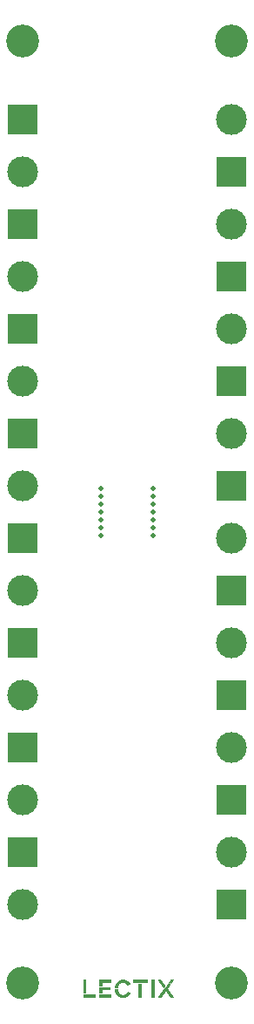
<source format=gts>
G04 #@! TF.GenerationSoftware,KiCad,Pcbnew,6.0.9-8da3e8f707~116~ubuntu20.04.1*
G04 #@! TF.CreationDate,2023-04-19T17:44:35+00:00*
G04 #@! TF.ProjectId,LEC030201,4c454330-3330-4323-9031-2e6b69636164,rev?*
G04 #@! TF.SameCoordinates,Original*
G04 #@! TF.FileFunction,Soldermask,Top*
G04 #@! TF.FilePolarity,Negative*
%FSLAX46Y46*%
G04 Gerber Fmt 4.6, Leading zero omitted, Abs format (unit mm)*
G04 Created by KiCad (PCBNEW 6.0.9-8da3e8f707~116~ubuntu20.04.1) date 2023-04-19 17:44:35*
%MOMM*%
%LPD*%
G01*
G04 APERTURE LIST*
%ADD10C,0.010000*%
%ADD11C,3.200000*%
%ADD12R,3.000000X3.000000*%
%ADD13C,3.000000*%
%ADD14C,0.500000*%
G04 APERTURE END LIST*
G04 #@! TO.C,LOGO1*
G36*
X196300968Y-141914500D02*
G01*
X196506269Y-142197044D01*
X196530799Y-142230835D01*
X196554493Y-142263537D01*
X196577180Y-142294909D01*
X196598689Y-142324714D01*
X196618848Y-142352711D01*
X196637487Y-142378663D01*
X196654435Y-142402329D01*
X196669520Y-142423470D01*
X196682571Y-142441848D01*
X196693418Y-142457223D01*
X196701889Y-142469356D01*
X196707814Y-142478009D01*
X196711021Y-142482942D01*
X196711570Y-142484021D01*
X196710129Y-142487001D01*
X196706077Y-142493439D01*
X196699817Y-142502779D01*
X196691755Y-142514461D01*
X196682293Y-142527928D01*
X196671838Y-142542622D01*
X196660793Y-142557984D01*
X196649562Y-142573457D01*
X196638551Y-142588483D01*
X196628162Y-142602504D01*
X196618801Y-142614962D01*
X196610872Y-142625298D01*
X196604779Y-142632955D01*
X196600927Y-142637375D01*
X196599810Y-142638247D01*
X196598071Y-142636223D01*
X196593504Y-142630295D01*
X196586264Y-142620671D01*
X196576502Y-142607561D01*
X196564373Y-142591174D01*
X196550029Y-142571719D01*
X196533625Y-142549405D01*
X196515313Y-142524442D01*
X196495247Y-142497037D01*
X196473579Y-142467402D01*
X196450465Y-142435743D01*
X196426056Y-142402272D01*
X196400506Y-142367196D01*
X196373968Y-142330724D01*
X196346596Y-142293067D01*
X196338190Y-142281493D01*
X196310558Y-142243445D01*
X196283707Y-142206468D01*
X196257789Y-142170772D01*
X196232960Y-142136572D01*
X196209374Y-142104081D01*
X196187186Y-142073511D01*
X196166549Y-142045075D01*
X196147618Y-142018985D01*
X196130548Y-141995456D01*
X196115493Y-141974699D01*
X196102608Y-141956927D01*
X196092047Y-141942354D01*
X196083964Y-141931192D01*
X196078514Y-141923654D01*
X196075851Y-141919952D01*
X196075625Y-141919630D01*
X196074877Y-141918417D01*
X196074715Y-141917412D01*
X196075563Y-141916595D01*
X196077844Y-141915947D01*
X196081981Y-141915449D01*
X196088399Y-141915081D01*
X196097522Y-141914823D01*
X196109772Y-141914655D01*
X196125573Y-141914559D01*
X196145349Y-141914514D01*
X196169525Y-141914500D01*
X196186554Y-141914499D01*
X196300968Y-141914500D01*
G37*
D10*
X196300968Y-141914500D02*
X196506269Y-142197044D01*
X196530799Y-142230835D01*
X196554493Y-142263537D01*
X196577180Y-142294909D01*
X196598689Y-142324714D01*
X196618848Y-142352711D01*
X196637487Y-142378663D01*
X196654435Y-142402329D01*
X196669520Y-142423470D01*
X196682571Y-142441848D01*
X196693418Y-142457223D01*
X196701889Y-142469356D01*
X196707814Y-142478009D01*
X196711021Y-142482942D01*
X196711570Y-142484021D01*
X196710129Y-142487001D01*
X196706077Y-142493439D01*
X196699817Y-142502779D01*
X196691755Y-142514461D01*
X196682293Y-142527928D01*
X196671838Y-142542622D01*
X196660793Y-142557984D01*
X196649562Y-142573457D01*
X196638551Y-142588483D01*
X196628162Y-142602504D01*
X196618801Y-142614962D01*
X196610872Y-142625298D01*
X196604779Y-142632955D01*
X196600927Y-142637375D01*
X196599810Y-142638247D01*
X196598071Y-142636223D01*
X196593504Y-142630295D01*
X196586264Y-142620671D01*
X196576502Y-142607561D01*
X196564373Y-142591174D01*
X196550029Y-142571719D01*
X196533625Y-142549405D01*
X196515313Y-142524442D01*
X196495247Y-142497037D01*
X196473579Y-142467402D01*
X196450465Y-142435743D01*
X196426056Y-142402272D01*
X196400506Y-142367196D01*
X196373968Y-142330724D01*
X196346596Y-142293067D01*
X196338190Y-142281493D01*
X196310558Y-142243445D01*
X196283707Y-142206468D01*
X196257789Y-142170772D01*
X196232960Y-142136572D01*
X196209374Y-142104081D01*
X196187186Y-142073511D01*
X196166549Y-142045075D01*
X196147618Y-142018985D01*
X196130548Y-141995456D01*
X196115493Y-141974699D01*
X196102608Y-141956927D01*
X196092047Y-141942354D01*
X196083964Y-141931192D01*
X196078514Y-141923654D01*
X196075851Y-141919952D01*
X196075625Y-141919630D01*
X196074877Y-141918417D01*
X196074715Y-141917412D01*
X196075563Y-141916595D01*
X196077844Y-141915947D01*
X196081981Y-141915449D01*
X196088399Y-141915081D01*
X196097522Y-141914823D01*
X196109772Y-141914655D01*
X196125573Y-141914559D01*
X196145349Y-141914514D01*
X196169525Y-141914500D01*
X196186554Y-141914499D01*
X196300968Y-141914500D01*
G36*
X191358520Y-142849220D02*
G01*
X190599060Y-142849220D01*
X190599060Y-143192120D01*
X190378080Y-143192120D01*
X190378080Y-142625700D01*
X191358520Y-142625700D01*
X191358520Y-142849220D01*
G37*
X191358520Y-142849220D02*
X190599060Y-142849220D01*
X190599060Y-143192120D01*
X190378080Y-143192120D01*
X190378080Y-142625700D01*
X191358520Y-142625700D01*
X191358520Y-142849220D01*
G36*
X189001400Y-143192120D02*
G01*
X188780420Y-143192120D01*
X188780420Y-141917040D01*
X189001400Y-141917040D01*
X189001400Y-143192120D01*
G37*
X189001400Y-143192120D02*
X188780420Y-143192120D01*
X188780420Y-141917040D01*
X189001400Y-141917040D01*
X189001400Y-143192120D01*
G36*
X192666209Y-141911115D02*
G01*
X192687949Y-141911898D01*
X192706476Y-141913135D01*
X192714880Y-141914013D01*
X192776536Y-141924111D01*
X192836482Y-141938858D01*
X192894502Y-141958120D01*
X192950380Y-141981760D01*
X193003901Y-142009642D01*
X193054850Y-142041632D01*
X193103012Y-142077592D01*
X193148171Y-142117388D01*
X193190111Y-142160884D01*
X193228617Y-142207944D01*
X193263475Y-142258433D01*
X193264753Y-142260462D01*
X193270950Y-142270604D01*
X193275873Y-142279176D01*
X193279032Y-142285284D01*
X193279933Y-142288034D01*
X193279927Y-142288046D01*
X193277616Y-142289794D01*
X193271584Y-142293936D01*
X193262376Y-142300116D01*
X193250541Y-142307976D01*
X193236627Y-142317159D01*
X193221181Y-142327308D01*
X193204750Y-142338066D01*
X193187883Y-142349075D01*
X193171127Y-142359979D01*
X193155029Y-142370419D01*
X193140138Y-142380039D01*
X193127000Y-142388482D01*
X193116165Y-142395390D01*
X193108178Y-142400407D01*
X193103588Y-142403174D01*
X193102794Y-142403584D01*
X193099968Y-142402718D01*
X193095905Y-142398095D01*
X193090305Y-142389339D01*
X193087184Y-142383914D01*
X193070089Y-142356428D01*
X193049427Y-142328002D01*
X193026229Y-142299852D01*
X193001528Y-142273197D01*
X192976356Y-142249254D01*
X192964480Y-142239140D01*
X192923846Y-142209172D01*
X192880247Y-142183127D01*
X192834196Y-142161226D01*
X192786208Y-142143690D01*
X192736797Y-142130740D01*
X192696452Y-142123813D01*
X192674946Y-142121768D01*
X192650221Y-142120722D01*
X192623760Y-142120637D01*
X192597045Y-142121480D01*
X192571557Y-142123214D01*
X192548779Y-142125804D01*
X192537826Y-142127603D01*
X192487286Y-142139608D01*
X192438775Y-142156099D01*
X192392534Y-142176857D01*
X192348804Y-142201666D01*
X192307826Y-142230308D01*
X192269841Y-142262566D01*
X192235090Y-142298223D01*
X192203814Y-142337062D01*
X192176252Y-142378864D01*
X192152648Y-142423413D01*
X192133240Y-142470492D01*
X192123199Y-142501621D01*
X192112556Y-142546052D01*
X192105928Y-142592105D01*
X192103432Y-142630145D01*
X192102028Y-142671420D01*
X191881031Y-142671420D01*
X191882507Y-142626335D01*
X191886951Y-142566765D01*
X191896239Y-142508219D01*
X191910196Y-142450945D01*
X191928643Y-142395192D01*
X191951405Y-142341206D01*
X191978306Y-142289239D01*
X192009168Y-142239537D01*
X192043816Y-142192349D01*
X192082073Y-142147923D01*
X192123762Y-142106510D01*
X192168708Y-142068355D01*
X192216733Y-142033709D01*
X192267661Y-142002820D01*
X192321316Y-141975936D01*
X192354200Y-141962046D01*
X192407077Y-141943465D01*
X192461789Y-141928763D01*
X192519205Y-141917716D01*
X192534540Y-141915434D01*
X192550719Y-141913688D01*
X192570782Y-141912339D01*
X192593544Y-141911399D01*
X192617825Y-141910875D01*
X192642441Y-141910777D01*
X192666209Y-141911115D01*
G37*
X192666209Y-141911115D02*
X192687949Y-141911898D01*
X192706476Y-141913135D01*
X192714880Y-141914013D01*
X192776536Y-141924111D01*
X192836482Y-141938858D01*
X192894502Y-141958120D01*
X192950380Y-141981760D01*
X193003901Y-142009642D01*
X193054850Y-142041632D01*
X193103012Y-142077592D01*
X193148171Y-142117388D01*
X193190111Y-142160884D01*
X193228617Y-142207944D01*
X193263475Y-142258433D01*
X193264753Y-142260462D01*
X193270950Y-142270604D01*
X193275873Y-142279176D01*
X193279032Y-142285284D01*
X193279933Y-142288034D01*
X193279927Y-142288046D01*
X193277616Y-142289794D01*
X193271584Y-142293936D01*
X193262376Y-142300116D01*
X193250541Y-142307976D01*
X193236627Y-142317159D01*
X193221181Y-142327308D01*
X193204750Y-142338066D01*
X193187883Y-142349075D01*
X193171127Y-142359979D01*
X193155029Y-142370419D01*
X193140138Y-142380039D01*
X193127000Y-142388482D01*
X193116165Y-142395390D01*
X193108178Y-142400407D01*
X193103588Y-142403174D01*
X193102794Y-142403584D01*
X193099968Y-142402718D01*
X193095905Y-142398095D01*
X193090305Y-142389339D01*
X193087184Y-142383914D01*
X193070089Y-142356428D01*
X193049427Y-142328002D01*
X193026229Y-142299852D01*
X193001528Y-142273197D01*
X192976356Y-142249254D01*
X192964480Y-142239140D01*
X192923846Y-142209172D01*
X192880247Y-142183127D01*
X192834196Y-142161226D01*
X192786208Y-142143690D01*
X192736797Y-142130740D01*
X192696452Y-142123813D01*
X192674946Y-142121768D01*
X192650221Y-142120722D01*
X192623760Y-142120637D01*
X192597045Y-142121480D01*
X192571557Y-142123214D01*
X192548779Y-142125804D01*
X192537826Y-142127603D01*
X192487286Y-142139608D01*
X192438775Y-142156099D01*
X192392534Y-142176857D01*
X192348804Y-142201666D01*
X192307826Y-142230308D01*
X192269841Y-142262566D01*
X192235090Y-142298223D01*
X192203814Y-142337062D01*
X192176252Y-142378864D01*
X192152648Y-142423413D01*
X192133240Y-142470492D01*
X192123199Y-142501621D01*
X192112556Y-142546052D01*
X192105928Y-142592105D01*
X192103432Y-142630145D01*
X192102028Y-142671420D01*
X191881031Y-142671420D01*
X191882507Y-142626335D01*
X191886951Y-142566765D01*
X191896239Y-142508219D01*
X191910196Y-142450945D01*
X191928643Y-142395192D01*
X191951405Y-142341206D01*
X191978306Y-142289239D01*
X192009168Y-142239537D01*
X192043816Y-142192349D01*
X192082073Y-142147923D01*
X192123762Y-142106510D01*
X192168708Y-142068355D01*
X192216733Y-142033709D01*
X192267661Y-142002820D01*
X192321316Y-141975936D01*
X192354200Y-141962046D01*
X192407077Y-141943465D01*
X192461789Y-141928763D01*
X192519205Y-141917716D01*
X192534540Y-141915434D01*
X192550719Y-141913688D01*
X192570782Y-141912339D01*
X192593544Y-141911399D01*
X192617825Y-141910875D01*
X192642441Y-141910777D01*
X192666209Y-141911115D01*
G36*
X191472820Y-143593440D02*
G01*
X190380620Y-143593440D01*
X190380620Y-143369920D01*
X191472820Y-143369920D01*
X191472820Y-143593440D01*
G37*
X191472820Y-143593440D02*
X190380620Y-143593440D01*
X190380620Y-143369920D01*
X191472820Y-143369920D01*
X191472820Y-143593440D01*
G36*
X191472820Y-142127860D02*
G01*
X190599060Y-142127860D01*
X190599060Y-142440280D01*
X190375540Y-142440280D01*
X190375540Y-141906880D01*
X191472820Y-141906880D01*
X191472820Y-142127860D01*
G37*
X191472820Y-142127860D02*
X190599060Y-142127860D01*
X190599060Y-142440280D01*
X190375540Y-142440280D01*
X190375540Y-141906880D01*
X191472820Y-141906880D01*
X191472820Y-142127860D01*
G36*
X197416304Y-141920092D02*
G01*
X197434850Y-141920188D01*
X197548296Y-141920850D01*
X197242148Y-142339183D01*
X197212064Y-142380298D01*
X197182787Y-142420325D01*
X197154458Y-142459069D01*
X197127217Y-142496338D01*
X197101206Y-142531940D01*
X197076566Y-142565680D01*
X197053436Y-142597366D01*
X197031957Y-142626806D01*
X197012271Y-142653806D01*
X196994518Y-142678172D01*
X196978839Y-142699713D01*
X196965374Y-142718236D01*
X196954265Y-142733546D01*
X196945651Y-142745452D01*
X196939674Y-142753760D01*
X196936474Y-142758277D01*
X196935946Y-142759087D01*
X196937407Y-142761269D01*
X196941707Y-142767370D01*
X196948703Y-142777192D01*
X196958256Y-142790541D01*
X196970224Y-142807220D01*
X196984465Y-142827032D01*
X197000838Y-142849783D01*
X197019202Y-142875275D01*
X197039416Y-142903314D01*
X197061337Y-142933701D01*
X197084825Y-142966243D01*
X197109739Y-143000742D01*
X197135938Y-143037003D01*
X197163279Y-143074829D01*
X197191622Y-143114025D01*
X197220825Y-143154395D01*
X197232671Y-143170766D01*
X197262190Y-143211564D01*
X197290913Y-143251274D01*
X197318699Y-143289701D01*
X197345405Y-143326647D01*
X197370889Y-143361916D01*
X197395010Y-143395310D01*
X197417626Y-143426635D01*
X197438595Y-143455692D01*
X197457775Y-143482285D01*
X197475025Y-143506218D01*
X197490202Y-143527293D01*
X197503164Y-143545315D01*
X197513770Y-143560086D01*
X197521878Y-143571411D01*
X197527346Y-143579091D01*
X197530033Y-143582932D01*
X197530296Y-143583347D01*
X197528016Y-143583981D01*
X197520822Y-143584522D01*
X197508878Y-143584969D01*
X197492349Y-143585317D01*
X197471400Y-143585563D01*
X197446196Y-143585703D01*
X197417266Y-143585734D01*
X197303390Y-143585649D01*
X197062090Y-143251780D01*
X197035526Y-143215037D01*
X197009765Y-143179426D01*
X196984965Y-143145163D01*
X196961283Y-143112466D01*
X196938876Y-143081550D01*
X196917902Y-143052632D01*
X196898517Y-143025929D01*
X196880880Y-143001658D01*
X196865147Y-142980034D01*
X196851475Y-142961274D01*
X196840023Y-142945596D01*
X196830948Y-142933215D01*
X196824406Y-142924347D01*
X196820556Y-142919211D01*
X196819520Y-142917933D01*
X196817906Y-142919950D01*
X196813455Y-142925854D01*
X196806324Y-142935427D01*
X196796674Y-142948455D01*
X196784661Y-142964722D01*
X196770447Y-142984010D01*
X196754188Y-143006106D01*
X196736044Y-143030791D01*
X196716173Y-143057851D01*
X196694734Y-143087070D01*
X196671887Y-143118231D01*
X196647789Y-143151119D01*
X196622600Y-143185518D01*
X196596477Y-143221211D01*
X196575680Y-143249644D01*
X196548925Y-143286214D01*
X196522965Y-143321667D01*
X196497961Y-143355786D01*
X196474072Y-143388355D01*
X196451458Y-143419156D01*
X196430279Y-143447973D01*
X196410693Y-143474589D01*
X196392863Y-143498787D01*
X196376946Y-143520350D01*
X196363102Y-143539061D01*
X196351493Y-143554704D01*
X196342276Y-143567061D01*
X196335613Y-143575916D01*
X196331662Y-143581051D01*
X196330570Y-143582335D01*
X196327574Y-143582529D01*
X196320025Y-143582680D01*
X196308450Y-143582789D01*
X196293375Y-143582853D01*
X196275327Y-143582870D01*
X196254833Y-143582839D01*
X196232419Y-143582759D01*
X196215648Y-143582672D01*
X196103267Y-143582010D01*
X196709225Y-142753970D01*
X196751717Y-142695907D01*
X196793457Y-142638878D01*
X196834343Y-142583019D01*
X196874276Y-142528469D01*
X196913154Y-142475363D01*
X196950878Y-142423839D01*
X196987347Y-142374036D01*
X197022459Y-142326089D01*
X197056115Y-142280136D01*
X197088214Y-142236314D01*
X197118655Y-142194761D01*
X197147338Y-142155614D01*
X197174162Y-142119011D01*
X197199027Y-142085087D01*
X197221832Y-142053981D01*
X197242477Y-142025831D01*
X197260860Y-142000772D01*
X197276882Y-141978943D01*
X197290441Y-141960481D01*
X197301437Y-141945522D01*
X197309771Y-141934205D01*
X197315340Y-141926667D01*
X197318045Y-141923044D01*
X197318294Y-141922728D01*
X197320129Y-141921936D01*
X197324193Y-141921292D01*
X197330860Y-141920789D01*
X197340504Y-141920418D01*
X197353497Y-141920171D01*
X197370212Y-141920039D01*
X197391024Y-141920016D01*
X197416304Y-141920092D01*
G37*
X197416304Y-141920092D02*
X197434850Y-141920188D01*
X197548296Y-141920850D01*
X197242148Y-142339183D01*
X197212064Y-142380298D01*
X197182787Y-142420325D01*
X197154458Y-142459069D01*
X197127217Y-142496338D01*
X197101206Y-142531940D01*
X197076566Y-142565680D01*
X197053436Y-142597366D01*
X197031957Y-142626806D01*
X197012271Y-142653806D01*
X196994518Y-142678172D01*
X196978839Y-142699713D01*
X196965374Y-142718236D01*
X196954265Y-142733546D01*
X196945651Y-142745452D01*
X196939674Y-142753760D01*
X196936474Y-142758277D01*
X196935946Y-142759087D01*
X196937407Y-142761269D01*
X196941707Y-142767370D01*
X196948703Y-142777192D01*
X196958256Y-142790541D01*
X196970224Y-142807220D01*
X196984465Y-142827032D01*
X197000838Y-142849783D01*
X197019202Y-142875275D01*
X197039416Y-142903314D01*
X197061337Y-142933701D01*
X197084825Y-142966243D01*
X197109739Y-143000742D01*
X197135938Y-143037003D01*
X197163279Y-143074829D01*
X197191622Y-143114025D01*
X197220825Y-143154395D01*
X197232671Y-143170766D01*
X197262190Y-143211564D01*
X197290913Y-143251274D01*
X197318699Y-143289701D01*
X197345405Y-143326647D01*
X197370889Y-143361916D01*
X197395010Y-143395310D01*
X197417626Y-143426635D01*
X197438595Y-143455692D01*
X197457775Y-143482285D01*
X197475025Y-143506218D01*
X197490202Y-143527293D01*
X197503164Y-143545315D01*
X197513770Y-143560086D01*
X197521878Y-143571411D01*
X197527346Y-143579091D01*
X197530033Y-143582932D01*
X197530296Y-143583347D01*
X197528016Y-143583981D01*
X197520822Y-143584522D01*
X197508878Y-143584969D01*
X197492349Y-143585317D01*
X197471400Y-143585563D01*
X197446196Y-143585703D01*
X197417266Y-143585734D01*
X197303390Y-143585649D01*
X197062090Y-143251780D01*
X197035526Y-143215037D01*
X197009765Y-143179426D01*
X196984965Y-143145163D01*
X196961283Y-143112466D01*
X196938876Y-143081550D01*
X196917902Y-143052632D01*
X196898517Y-143025929D01*
X196880880Y-143001658D01*
X196865147Y-142980034D01*
X196851475Y-142961274D01*
X196840023Y-142945596D01*
X196830948Y-142933215D01*
X196824406Y-142924347D01*
X196820556Y-142919211D01*
X196819520Y-142917933D01*
X196817906Y-142919950D01*
X196813455Y-142925854D01*
X196806324Y-142935427D01*
X196796674Y-142948455D01*
X196784661Y-142964722D01*
X196770447Y-142984010D01*
X196754188Y-143006106D01*
X196736044Y-143030791D01*
X196716173Y-143057851D01*
X196694734Y-143087070D01*
X196671887Y-143118231D01*
X196647789Y-143151119D01*
X196622600Y-143185518D01*
X196596477Y-143221211D01*
X196575680Y-143249644D01*
X196548925Y-143286214D01*
X196522965Y-143321667D01*
X196497961Y-143355786D01*
X196474072Y-143388355D01*
X196451458Y-143419156D01*
X196430279Y-143447973D01*
X196410693Y-143474589D01*
X196392863Y-143498787D01*
X196376946Y-143520350D01*
X196363102Y-143539061D01*
X196351493Y-143554704D01*
X196342276Y-143567061D01*
X196335613Y-143575916D01*
X196331662Y-143581051D01*
X196330570Y-143582335D01*
X196327574Y-143582529D01*
X196320025Y-143582680D01*
X196308450Y-143582789D01*
X196293375Y-143582853D01*
X196275327Y-143582870D01*
X196254833Y-143582839D01*
X196232419Y-143582759D01*
X196215648Y-143582672D01*
X196103267Y-143582010D01*
X196709225Y-142753970D01*
X196751717Y-142695907D01*
X196793457Y-142638878D01*
X196834343Y-142583019D01*
X196874276Y-142528469D01*
X196913154Y-142475363D01*
X196950878Y-142423839D01*
X196987347Y-142374036D01*
X197022459Y-142326089D01*
X197056115Y-142280136D01*
X197088214Y-142236314D01*
X197118655Y-142194761D01*
X197147338Y-142155614D01*
X197174162Y-142119011D01*
X197199027Y-142085087D01*
X197221832Y-142053981D01*
X197242477Y-142025831D01*
X197260860Y-142000772D01*
X197276882Y-141978943D01*
X197290441Y-141960481D01*
X197301437Y-141945522D01*
X197309771Y-141934205D01*
X197315340Y-141926667D01*
X197318045Y-141923044D01*
X197318294Y-141922728D01*
X197320129Y-141921936D01*
X197324193Y-141921292D01*
X197330860Y-141920789D01*
X197340504Y-141920418D01*
X197353497Y-141920171D01*
X197370212Y-141920039D01*
X197391024Y-141920016D01*
X197416304Y-141920092D01*
G36*
X195658740Y-143585820D02*
G01*
X195437760Y-143585820D01*
X195437760Y-141914500D01*
X195658740Y-141914500D01*
X195658740Y-143585820D01*
G37*
X195658740Y-143585820D02*
X195437760Y-143585820D01*
X195437760Y-141914500D01*
X195658740Y-141914500D01*
X195658740Y-143585820D01*
G36*
X194411600Y-143585820D02*
G01*
X194190620Y-143585820D01*
X194190620Y-142303120D01*
X194411600Y-142303120D01*
X194411600Y-143585820D01*
G37*
X194411600Y-143585820D02*
X194190620Y-143585820D01*
X194190620Y-142303120D01*
X194411600Y-142303120D01*
X194411600Y-143585820D01*
G36*
X192098402Y-142875255D02*
G01*
X192103120Y-142924642D01*
X192112714Y-142973391D01*
X192126988Y-143021126D01*
X192145743Y-143067472D01*
X192168784Y-143112055D01*
X192195913Y-143154500D01*
X192226933Y-143194432D01*
X192261648Y-143231476D01*
X192299860Y-143265258D01*
X192305940Y-143270066D01*
X192346038Y-143298193D01*
X192389345Y-143322754D01*
X192435214Y-143343491D01*
X192482999Y-143360147D01*
X192532054Y-143372466D01*
X192581733Y-143380191D01*
X192583061Y-143380331D01*
X192604417Y-143381812D01*
X192629012Y-143382277D01*
X192655170Y-143381784D01*
X192681216Y-143380393D01*
X192705475Y-143378161D01*
X192725040Y-143375369D01*
X192775420Y-143363968D01*
X192824171Y-143348011D01*
X192870973Y-143327722D01*
X192915506Y-143303326D01*
X192957447Y-143275050D01*
X192996477Y-143243119D01*
X193032275Y-143207757D01*
X193064521Y-143169189D01*
X193092893Y-143127642D01*
X193103459Y-143109570D01*
X193107764Y-143101866D01*
X193110977Y-143096162D01*
X193112419Y-143093660D01*
X193112428Y-143093648D01*
X193114718Y-143094589D01*
X193120966Y-143097586D01*
X193130622Y-143102356D01*
X193143134Y-143108617D01*
X193157950Y-143116087D01*
X193174518Y-143124484D01*
X193192288Y-143133526D01*
X193210709Y-143142930D01*
X193229227Y-143152414D01*
X193247292Y-143161697D01*
X193264353Y-143170496D01*
X193279857Y-143178530D01*
X193293254Y-143185515D01*
X193303992Y-143191170D01*
X193311519Y-143195212D01*
X193315284Y-143197360D01*
X193315579Y-143197574D01*
X193316342Y-143199476D01*
X193315650Y-143202864D01*
X193313236Y-143208246D01*
X193308829Y-143216130D01*
X193302161Y-143227022D01*
X193292963Y-143241432D01*
X193289532Y-143246730D01*
X193253745Y-143297247D01*
X193214233Y-143344456D01*
X193171253Y-143388181D01*
X193125061Y-143428245D01*
X193075915Y-143464473D01*
X193024071Y-143496690D01*
X192969786Y-143524719D01*
X192913317Y-143548386D01*
X192854922Y-143567513D01*
X192801386Y-143580608D01*
X192780451Y-143584715D01*
X192761307Y-143587937D01*
X192742786Y-143590387D01*
X192723721Y-143592177D01*
X192702944Y-143593419D01*
X192679286Y-143594226D01*
X192655190Y-143594665D01*
X192636965Y-143594860D01*
X192620071Y-143594960D01*
X192605281Y-143594966D01*
X192593367Y-143594880D01*
X192585103Y-143594704D01*
X192581530Y-143594485D01*
X192575642Y-143593741D01*
X192566310Y-143592630D01*
X192555138Y-143591341D01*
X192549780Y-143590735D01*
X192494003Y-143582047D01*
X192438007Y-143568574D01*
X192382401Y-143550545D01*
X192327794Y-143528188D01*
X192274797Y-143501731D01*
X192224019Y-143471401D01*
X192215770Y-143465955D01*
X192185798Y-143445098D01*
X192159044Y-143424653D01*
X192133942Y-143403317D01*
X192108927Y-143379790D01*
X192093718Y-143364501D01*
X192051520Y-143317656D01*
X192013616Y-143268179D01*
X191980086Y-143216236D01*
X191951014Y-143161994D01*
X191926482Y-143105618D01*
X191906574Y-143047274D01*
X191891371Y-142987129D01*
X191883187Y-142941477D01*
X191881980Y-142932261D01*
X191880577Y-142919810D01*
X191879087Y-142905307D01*
X191877618Y-142889937D01*
X191876281Y-142874885D01*
X191875185Y-142861334D01*
X191874438Y-142850470D01*
X191874150Y-142843505D01*
X191876602Y-142843107D01*
X191883621Y-142842738D01*
X191894692Y-142842405D01*
X191909304Y-142842119D01*
X191926941Y-142841886D01*
X191947091Y-142841717D01*
X191969241Y-142841620D01*
X191985519Y-142841600D01*
X192096899Y-142841600D01*
X192098402Y-142875255D01*
G37*
X192098402Y-142875255D02*
X192103120Y-142924642D01*
X192112714Y-142973391D01*
X192126988Y-143021126D01*
X192145743Y-143067472D01*
X192168784Y-143112055D01*
X192195913Y-143154500D01*
X192226933Y-143194432D01*
X192261648Y-143231476D01*
X192299860Y-143265258D01*
X192305940Y-143270066D01*
X192346038Y-143298193D01*
X192389345Y-143322754D01*
X192435214Y-143343491D01*
X192482999Y-143360147D01*
X192532054Y-143372466D01*
X192581733Y-143380191D01*
X192583061Y-143380331D01*
X192604417Y-143381812D01*
X192629012Y-143382277D01*
X192655170Y-143381784D01*
X192681216Y-143380393D01*
X192705475Y-143378161D01*
X192725040Y-143375369D01*
X192775420Y-143363968D01*
X192824171Y-143348011D01*
X192870973Y-143327722D01*
X192915506Y-143303326D01*
X192957447Y-143275050D01*
X192996477Y-143243119D01*
X193032275Y-143207757D01*
X193064521Y-143169189D01*
X193092893Y-143127642D01*
X193103459Y-143109570D01*
X193107764Y-143101866D01*
X193110977Y-143096162D01*
X193112419Y-143093660D01*
X193112428Y-143093648D01*
X193114718Y-143094589D01*
X193120966Y-143097586D01*
X193130622Y-143102356D01*
X193143134Y-143108617D01*
X193157950Y-143116087D01*
X193174518Y-143124484D01*
X193192288Y-143133526D01*
X193210709Y-143142930D01*
X193229227Y-143152414D01*
X193247292Y-143161697D01*
X193264353Y-143170496D01*
X193279857Y-143178530D01*
X193293254Y-143185515D01*
X193303992Y-143191170D01*
X193311519Y-143195212D01*
X193315284Y-143197360D01*
X193315579Y-143197574D01*
X193316342Y-143199476D01*
X193315650Y-143202864D01*
X193313236Y-143208246D01*
X193308829Y-143216130D01*
X193302161Y-143227022D01*
X193292963Y-143241432D01*
X193289532Y-143246730D01*
X193253745Y-143297247D01*
X193214233Y-143344456D01*
X193171253Y-143388181D01*
X193125061Y-143428245D01*
X193075915Y-143464473D01*
X193024071Y-143496690D01*
X192969786Y-143524719D01*
X192913317Y-143548386D01*
X192854922Y-143567513D01*
X192801386Y-143580608D01*
X192780451Y-143584715D01*
X192761307Y-143587937D01*
X192742786Y-143590387D01*
X192723721Y-143592177D01*
X192702944Y-143593419D01*
X192679286Y-143594226D01*
X192655190Y-143594665D01*
X192636965Y-143594860D01*
X192620071Y-143594960D01*
X192605281Y-143594966D01*
X192593367Y-143594880D01*
X192585103Y-143594704D01*
X192581530Y-143594485D01*
X192575642Y-143593741D01*
X192566310Y-143592630D01*
X192555138Y-143591341D01*
X192549780Y-143590735D01*
X192494003Y-143582047D01*
X192438007Y-143568574D01*
X192382401Y-143550545D01*
X192327794Y-143528188D01*
X192274797Y-143501731D01*
X192224019Y-143471401D01*
X192215770Y-143465955D01*
X192185798Y-143445098D01*
X192159044Y-143424653D01*
X192133942Y-143403317D01*
X192108927Y-143379790D01*
X192093718Y-143364501D01*
X192051520Y-143317656D01*
X192013616Y-143268179D01*
X191980086Y-143216236D01*
X191951014Y-143161994D01*
X191926482Y-143105618D01*
X191906574Y-143047274D01*
X191891371Y-142987129D01*
X191883187Y-142941477D01*
X191881980Y-142932261D01*
X191880577Y-142919810D01*
X191879087Y-142905307D01*
X191877618Y-142889937D01*
X191876281Y-142874885D01*
X191875185Y-142861334D01*
X191874438Y-142850470D01*
X191874150Y-142843505D01*
X191876602Y-142843107D01*
X191883621Y-142842738D01*
X191894692Y-142842405D01*
X191909304Y-142842119D01*
X191926941Y-142841886D01*
X191947091Y-142841717D01*
X191969241Y-142841620D01*
X191985519Y-142841600D01*
X192096899Y-142841600D01*
X192098402Y-142875255D01*
G36*
X194990720Y-142135480D02*
G01*
X193621660Y-142135480D01*
X193621660Y-141914500D01*
X194990720Y-141914500D01*
X194990720Y-142135480D01*
G37*
X194990720Y-142135480D02*
X193621660Y-142135480D01*
X193621660Y-141914500D01*
X194990720Y-141914500D01*
X194990720Y-142135480D01*
G36*
X189928500Y-143593440D02*
G01*
X188780420Y-143593440D01*
X188780420Y-143369920D01*
X189928500Y-143369920D01*
X189928500Y-143593440D01*
G37*
X189928500Y-143593440D02*
X188780420Y-143593440D01*
X188780420Y-143369920D01*
X189928500Y-143369920D01*
X189928500Y-143593440D01*
G04 #@! TD*
D11*
G04 #@! TO.C,H3*
X203200000Y-142240000D03*
G04 #@! TD*
G04 #@! TO.C,H4*
X203200000Y-50800000D03*
G04 #@! TD*
D12*
G04 #@! TO.C,J9*
X203200000Y-134620000D03*
D13*
X203200000Y-129540000D03*
G04 #@! TD*
D12*
G04 #@! TO.C,J10*
X203200000Y-124460000D03*
D13*
X203200000Y-119380000D03*
G04 #@! TD*
D12*
G04 #@! TO.C,J11*
X203200000Y-114300000D03*
D13*
X203200000Y-109220000D03*
G04 #@! TD*
D12*
G04 #@! TO.C,J12*
X203200000Y-104140000D03*
D13*
X203200000Y-99060000D03*
G04 #@! TD*
D12*
G04 #@! TO.C,J2*
X182880000Y-78740000D03*
D13*
X182880000Y-83820000D03*
G04 #@! TD*
D11*
G04 #@! TO.C,H2*
X182880000Y-50800000D03*
G04 #@! TD*
G04 #@! TO.C,H1*
X182880000Y-142240000D03*
G04 #@! TD*
D12*
G04 #@! TO.C,J1*
X182880000Y-68580000D03*
D13*
X182880000Y-73660000D03*
G04 #@! TD*
D12*
G04 #@! TO.C,J4*
X182880000Y-88900000D03*
D13*
X182880000Y-93980000D03*
G04 #@! TD*
D12*
G04 #@! TO.C,J3*
X182880000Y-58420000D03*
D13*
X182880000Y-63500000D03*
G04 #@! TD*
D12*
G04 #@! TO.C,J5*
X182880000Y-99060000D03*
D13*
X182880000Y-104140000D03*
G04 #@! TD*
D12*
G04 #@! TO.C,J6*
X182880000Y-109220000D03*
D13*
X182880000Y-114300000D03*
G04 #@! TD*
D12*
G04 #@! TO.C,J7*
X182880000Y-119380000D03*
D13*
X182880000Y-124460000D03*
G04 #@! TD*
D12*
G04 #@! TO.C,J8*
X182880000Y-129540000D03*
D13*
X182880000Y-134620000D03*
G04 #@! TD*
D12*
G04 #@! TO.C,J13*
X203200000Y-93980000D03*
D13*
X203200000Y-88900000D03*
G04 #@! TD*
D12*
G04 #@! TO.C,J14*
X203200000Y-83820000D03*
D13*
X203200000Y-78740000D03*
G04 #@! TD*
D12*
G04 #@! TO.C,J15*
X203200000Y-73660000D03*
D13*
X203200000Y-68580000D03*
G04 #@! TD*
D12*
G04 #@! TO.C,J16*
X203200000Y-63500000D03*
D13*
X203200000Y-58420000D03*
G04 #@! TD*
D14*
G04 #@! TO.C,REF\u002A\u002A*
X190500000Y-94234000D03*
G04 #@! TD*
G04 #@! TO.C,REF\u002A\u002A*
X190500000Y-98806000D03*
G04 #@! TD*
G04 #@! TO.C,REF\u002A\u002A*
X190500000Y-94996000D03*
G04 #@! TD*
G04 #@! TO.C,REF\u002A\u002A*
X195580000Y-94234000D03*
G04 #@! TD*
G04 #@! TO.C,REF\u002A\u002A*
X195580000Y-96520000D03*
G04 #@! TD*
G04 #@! TO.C,REF\u002A\u002A*
X195580000Y-95758000D03*
G04 #@! TD*
G04 #@! TO.C,REF\u002A\u002A*
X195580000Y-98806000D03*
G04 #@! TD*
G04 #@! TO.C,REF\u002A\u002A*
X195580000Y-94996000D03*
G04 #@! TD*
G04 #@! TO.C,REF\u002A\u002A*
X195580000Y-98044000D03*
G04 #@! TD*
G04 #@! TO.C,REF\u002A\u002A*
X195580000Y-97282000D03*
G04 #@! TD*
G04 #@! TO.C,REF\u002A\u002A*
X190500000Y-96520000D03*
G04 #@! TD*
G04 #@! TO.C,REF\u002A\u002A*
X190500000Y-97282000D03*
G04 #@! TD*
G04 #@! TO.C,REF\u002A\u002A*
X190500000Y-98044000D03*
G04 #@! TD*
G04 #@! TO.C,REF\u002A\u002A*
X190500000Y-95758000D03*
G04 #@! TD*
M02*

</source>
